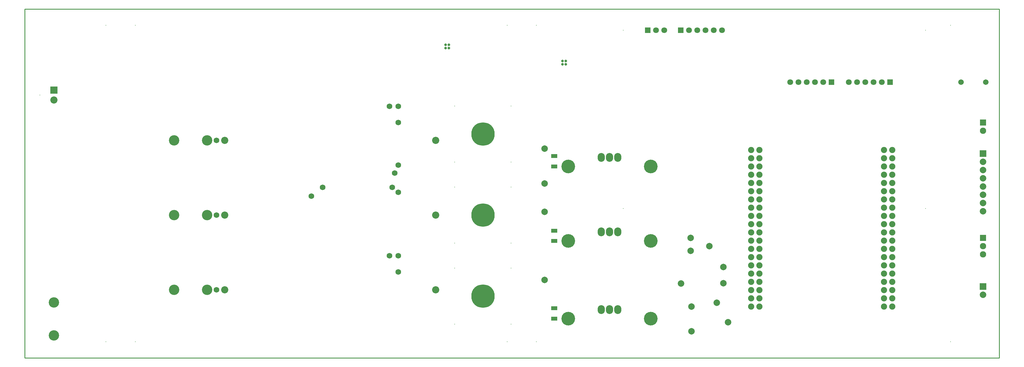
<source format=gbs>
G04 Layer_Color=16711935*
%FSLAX43Y43*%
%MOMM*%
G71*
G01*
G75*
%ADD42C,0.254*%
%ADD104R,1.903X1.203*%
%ADD110O,2.203X2.703*%
%ADD111C,0.203*%
%ADD112C,7.203*%
%ADD113C,1.727*%
%ADD114C,2.203*%
%ADD115C,3.203*%
%ADD116C,1.803*%
%ADD117R,1.803X1.803*%
%ADD118C,1.703*%
%ADD122C,1.903*%
%ADD123R,1.953X1.953*%
%ADD124C,1.953*%
%ADD125C,4.203*%
%ADD126R,0.203X0.203*%
%ADD127R,2.203X2.203*%
%ADD128C,2.003*%
%ADD129R,2.003X2.003*%
%ADD130C,0.803*%
D42*
X0Y0D02*
X300000D01*
Y107500D01*
X0D02*
X300000D01*
X0Y0D02*
Y107500D01*
D104*
X163000Y59000D02*
D03*
Y62200D02*
D03*
Y39200D02*
D03*
Y36000D02*
D03*
Y15300D02*
D03*
Y12100D02*
D03*
D110*
X182550Y14900D02*
D03*
X180000D02*
D03*
X177450D02*
D03*
X182550Y61800D02*
D03*
X180000D02*
D03*
X177450D02*
D03*
Y38800D02*
D03*
X180000D02*
D03*
X182550D02*
D03*
D111*
X132350Y52650D02*
D03*
X149650Y35350D02*
D03*
Y52650D02*
D03*
X132350Y35350D02*
D03*
Y10350D02*
D03*
X149650Y27650D02*
D03*
Y10350D02*
D03*
X132350Y27650D02*
D03*
X25000Y5000D02*
D03*
X148500Y5000D02*
D03*
X184250Y46000D02*
D03*
X132350Y60350D02*
D03*
X149650Y77650D02*
D03*
Y60350D02*
D03*
X132350Y77650D02*
D03*
X25000Y102500D02*
D03*
X157500D02*
D03*
X285000D02*
D03*
Y5000D02*
D03*
X157500Y5000D02*
D03*
X184250Y101000D02*
D03*
X277250D02*
D03*
X277250Y46000D02*
D03*
X34000Y102500D02*
D03*
X148500D02*
D03*
X34000Y5000D02*
D03*
D112*
X141000Y44000D02*
D03*
Y19000D02*
D03*
Y69000D02*
D03*
D113*
X112250Y31500D02*
D03*
X115000Y26500D02*
D03*
Y31500D02*
D03*
X59000Y21000D02*
D03*
X91680Y52570D02*
D03*
X115000Y59380D02*
D03*
X113120Y52570D02*
D03*
X113880Y56970D02*
D03*
X115000Y51000D02*
D03*
X88200Y49800D02*
D03*
X59000Y44000D02*
D03*
X59000Y67000D02*
D03*
X115000Y77500D02*
D03*
Y72500D02*
D03*
X112250Y77500D02*
D03*
D114*
X61500Y21000D02*
D03*
X126500D02*
D03*
X9000Y79500D02*
D03*
X61500Y67000D02*
D03*
X126500D02*
D03*
X61500Y44000D02*
D03*
X126500D02*
D03*
D115*
X45920Y21000D02*
D03*
X56080D02*
D03*
X9000Y6920D02*
D03*
Y17080D02*
D03*
X45920Y67000D02*
D03*
X56080D02*
D03*
X45920Y44000D02*
D03*
X56080D02*
D03*
D116*
X212070Y101000D02*
D03*
X206990D02*
D03*
X204450D02*
D03*
X209530D02*
D03*
X214610D02*
D03*
X194290D02*
D03*
X196830D02*
D03*
X238190Y85000D02*
D03*
X243270D02*
D03*
X245810D02*
D03*
X240730D02*
D03*
X235650D02*
D03*
X253650D02*
D03*
X258730D02*
D03*
X263810D02*
D03*
X261270D02*
D03*
X256190D02*
D03*
D117*
X201910Y101000D02*
D03*
X191750D02*
D03*
X248350Y85000D02*
D03*
X266350D02*
D03*
D118*
X288200D02*
D03*
X295800D02*
D03*
D122*
X223560Y64100D02*
D03*
Y61560D02*
D03*
Y59020D02*
D03*
Y56480D02*
D03*
Y53940D02*
D03*
Y51400D02*
D03*
Y48860D02*
D03*
Y46320D02*
D03*
Y43780D02*
D03*
Y41240D02*
D03*
Y38700D02*
D03*
Y36160D02*
D03*
Y33620D02*
D03*
Y31080D02*
D03*
Y28540D02*
D03*
Y26000D02*
D03*
Y23460D02*
D03*
Y20920D02*
D03*
Y18380D02*
D03*
Y15840D02*
D03*
X226100Y64100D02*
D03*
Y61560D02*
D03*
Y59020D02*
D03*
Y56480D02*
D03*
Y53940D02*
D03*
Y51400D02*
D03*
Y48860D02*
D03*
Y46320D02*
D03*
Y43780D02*
D03*
Y41240D02*
D03*
Y38700D02*
D03*
Y36160D02*
D03*
Y33620D02*
D03*
Y31080D02*
D03*
Y28540D02*
D03*
Y26000D02*
D03*
Y23460D02*
D03*
Y20920D02*
D03*
Y18380D02*
D03*
Y15840D02*
D03*
X267000D02*
D03*
Y18380D02*
D03*
Y20920D02*
D03*
Y23460D02*
D03*
Y26000D02*
D03*
Y28540D02*
D03*
Y31080D02*
D03*
Y33620D02*
D03*
Y36160D02*
D03*
Y38700D02*
D03*
Y41240D02*
D03*
Y43780D02*
D03*
Y46320D02*
D03*
Y48860D02*
D03*
Y51400D02*
D03*
Y53940D02*
D03*
Y56480D02*
D03*
Y59020D02*
D03*
Y61560D02*
D03*
Y64100D02*
D03*
X264460Y15840D02*
D03*
Y18380D02*
D03*
Y20920D02*
D03*
Y23460D02*
D03*
Y26000D02*
D03*
Y28540D02*
D03*
Y31080D02*
D03*
Y33620D02*
D03*
Y36160D02*
D03*
Y38700D02*
D03*
Y41240D02*
D03*
Y43780D02*
D03*
Y46320D02*
D03*
Y48860D02*
D03*
Y51400D02*
D03*
Y53940D02*
D03*
Y56480D02*
D03*
Y59020D02*
D03*
Y61560D02*
D03*
Y64100D02*
D03*
D123*
X295000Y37000D02*
D03*
Y72500D02*
D03*
D124*
Y34460D02*
D03*
Y31920D02*
D03*
Y69960D02*
D03*
D125*
X167300Y59000D02*
D03*
X192700D02*
D03*
X167300Y12100D02*
D03*
X192700D02*
D03*
Y36000D02*
D03*
X167300D02*
D03*
D126*
X4680Y81000D02*
D03*
D127*
X9000Y82500D02*
D03*
D128*
X160000Y45000D02*
D03*
X205200Y15800D02*
D03*
X213000Y17000D02*
D03*
X202000Y22900D02*
D03*
X215000Y23000D02*
D03*
X205200Y8200D02*
D03*
X216500Y11000D02*
D03*
X215000Y28000D02*
D03*
X205000Y37000D02*
D03*
X160000Y24000D02*
D03*
X205000Y33000D02*
D03*
X160000Y53700D02*
D03*
X210700Y34400D02*
D03*
X160000Y64500D02*
D03*
X295000Y45220D02*
D03*
Y47760D02*
D03*
Y50300D02*
D03*
Y52840D02*
D03*
Y55380D02*
D03*
Y57920D02*
D03*
Y60460D02*
D03*
X295000Y19460D02*
D03*
D129*
X295000Y63000D02*
D03*
X295000Y22000D02*
D03*
D130*
X166500Y90500D02*
D03*
X165500D02*
D03*
X166500Y91500D02*
D03*
X165500D02*
D03*
X129500Y96500D02*
D03*
X130500D02*
D03*
X129500Y95500D02*
D03*
X130500D02*
D03*
M02*

</source>
